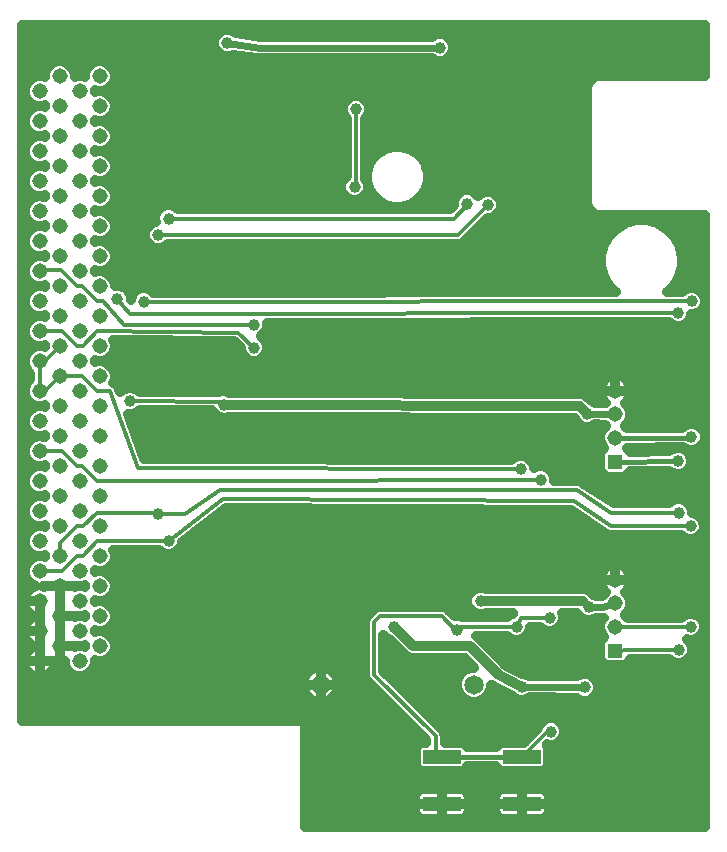
<source format=gbl>
G75*
%MOIN*%
%OFA0B0*%
%FSLAX25Y25*%
%IPPOS*%
%LPD*%
%AMOC8*
5,1,8,0,0,1.08239X$1,22.5*
%
%ADD10C,0.05150*%
%ADD11C,0.06496*%
%ADD12R,0.05150X0.05150*%
%ADD13R,0.12598X0.04724*%
%ADD14C,0.03962*%
%ADD15C,0.01200*%
%ADD16C,0.01600*%
%ADD17C,0.02400*%
%ADD18C,0.03200*%
D10*
X0013000Y0061970D03*
X0019693Y0066970D03*
X0026386Y0061970D03*
X0033079Y0066970D03*
X0026386Y0071970D03*
X0019693Y0076970D03*
X0026386Y0081970D03*
X0019693Y0086970D03*
X0026386Y0091970D03*
X0019693Y0096970D03*
X0026386Y0101970D03*
X0019693Y0106970D03*
X0026386Y0111970D03*
X0019693Y0116970D03*
X0026386Y0121970D03*
X0019693Y0126970D03*
X0026386Y0131970D03*
X0019693Y0136970D03*
X0026386Y0141970D03*
X0019693Y0146970D03*
X0026386Y0151970D03*
X0019693Y0156970D03*
X0026386Y0161970D03*
X0019693Y0166970D03*
X0026386Y0171970D03*
X0019693Y0176970D03*
X0026386Y0181970D03*
X0019693Y0186970D03*
X0026386Y0191970D03*
X0019693Y0196970D03*
X0026386Y0201970D03*
X0019693Y0206970D03*
X0026386Y0211970D03*
X0019693Y0216970D03*
X0026386Y0221970D03*
X0019693Y0226970D03*
X0026386Y0231970D03*
X0019693Y0236970D03*
X0026386Y0241970D03*
X0019693Y0246970D03*
X0026386Y0251970D03*
X0019693Y0256970D03*
X0013000Y0251970D03*
X0013000Y0241970D03*
X0013000Y0231970D03*
X0013000Y0221970D03*
X0013000Y0211970D03*
X0013000Y0201970D03*
X0013000Y0191970D03*
X0013000Y0181970D03*
X0013000Y0171970D03*
X0013000Y0161970D03*
X0013000Y0151970D03*
X0013000Y0141970D03*
X0013000Y0131970D03*
X0013000Y0121970D03*
X0013000Y0111970D03*
X0013000Y0101970D03*
X0013000Y0091970D03*
X0013000Y0081970D03*
X0013000Y0071970D03*
X0033079Y0076970D03*
X0033079Y0086970D03*
X0033079Y0096970D03*
X0033079Y0106970D03*
X0033079Y0116970D03*
X0033079Y0126970D03*
X0033079Y0136970D03*
X0033079Y0146970D03*
X0033079Y0156970D03*
X0033079Y0166970D03*
X0033079Y0176970D03*
X0033079Y0186970D03*
X0033079Y0196970D03*
X0033079Y0206970D03*
X0033079Y0216970D03*
X0033079Y0226970D03*
X0033079Y0236970D03*
X0033079Y0246970D03*
X0033079Y0256970D03*
X0204969Y0152206D03*
X0204969Y0144332D03*
X0204969Y0136458D03*
X0204969Y0089214D03*
X0204969Y0081340D03*
X0204969Y0073466D03*
D11*
X0157858Y0054214D03*
X0106677Y0054214D03*
D12*
X0204969Y0065592D03*
X0204969Y0128584D03*
D13*
X0173866Y0030159D03*
X0173866Y0014411D03*
X0147094Y0014411D03*
X0147094Y0030159D03*
D14*
X0173700Y0053500D03*
X0183500Y0038600D03*
X0194800Y0053300D03*
X0183000Y0076600D03*
X0172000Y0073600D03*
X0160000Y0082100D03*
X0152000Y0072600D03*
X0131000Y0073600D03*
X0135000Y0094600D03*
X0171000Y0132324D03*
X0173500Y0126100D03*
X0180000Y0122600D03*
X0171000Y0142600D03*
X0195500Y0144600D03*
X0196000Y0152100D03*
X0225882Y0128710D03*
X0230287Y0136757D03*
X0226000Y0111600D03*
X0230000Y0107100D03*
X0230000Y0073500D03*
X0226000Y0065800D03*
X0196000Y0080100D03*
X0194400Y0089400D03*
X0225925Y0178021D03*
X0230406Y0182037D03*
X0162500Y0214100D03*
X0155500Y0214600D03*
X0118500Y0246100D03*
X0118000Y0220100D03*
X0146500Y0266600D03*
X0075500Y0268100D03*
X0056000Y0209600D03*
X0052500Y0204100D03*
X0038941Y0182789D03*
X0047764Y0181919D03*
X0043169Y0148757D03*
X0074500Y0147600D03*
X0084500Y0166600D03*
X0084500Y0174100D03*
X0052500Y0111100D03*
X0056000Y0102100D03*
D15*
X0074000Y0116100D01*
X0191000Y0115600D01*
X0203500Y0107100D01*
X0230000Y0107100D01*
X0226000Y0111600D02*
X0203500Y0111600D01*
X0192000Y0119100D01*
X0073000Y0119100D01*
X0061500Y0111100D01*
X0052500Y0111100D01*
X0052000Y0111600D01*
X0032000Y0111600D01*
X0027500Y0107100D01*
X0025500Y0107100D01*
X0019693Y0101293D01*
X0019693Y0096970D01*
X0020500Y0092100D02*
X0012870Y0092100D01*
X0013000Y0091970D01*
X0020500Y0092100D02*
X0025500Y0097100D01*
X0027500Y0097100D01*
X0032000Y0102100D01*
X0056000Y0102100D01*
X0072500Y0122100D02*
X0178000Y0122600D01*
X0180000Y0122600D01*
X0173500Y0126100D02*
X0045811Y0126336D01*
X0036598Y0152021D01*
X0032000Y0152100D01*
X0027000Y0157100D01*
X0019823Y0157100D01*
X0019693Y0156970D01*
X0014823Y0152100D01*
X0013000Y0152100D01*
X0013000Y0161970D01*
X0014693Y0161970D01*
X0019693Y0166970D01*
X0020630Y0171970D02*
X0025500Y0167100D01*
X0027500Y0167100D01*
X0032000Y0172100D01*
X0079000Y0171600D01*
X0084500Y0166600D01*
X0084500Y0174100D02*
X0041000Y0174100D01*
X0036500Y0179600D01*
X0034000Y0182100D01*
X0032000Y0182100D01*
X0027000Y0187100D01*
X0025500Y0187100D01*
X0020000Y0192600D01*
X0013630Y0192600D01*
X0013000Y0191970D01*
X0013000Y0171970D02*
X0020630Y0171970D01*
X0013000Y0152100D02*
X0013000Y0151970D01*
X0013000Y0131970D02*
X0020630Y0131970D01*
X0025500Y0127100D01*
X0027000Y0127100D01*
X0032000Y0122100D01*
X0072500Y0122100D01*
X0074500Y0147600D02*
X0073500Y0148600D01*
X0043169Y0148757D01*
X0043327Y0177813D02*
X0038941Y0182789D01*
X0043327Y0177813D02*
X0225925Y0178021D01*
X0230406Y0182037D02*
X0047764Y0181919D01*
X0052500Y0204100D02*
X0152500Y0204100D01*
X0162500Y0214100D01*
X0155500Y0214100D02*
X0151000Y0209600D01*
X0056000Y0209600D01*
X0118000Y0220100D02*
X0118500Y0220600D01*
X0118500Y0246100D01*
X0155500Y0214600D02*
X0155500Y0214100D01*
X0194000Y0082100D02*
X0196000Y0080100D01*
X0204969Y0073466D02*
X0225936Y0073464D01*
X0230000Y0073500D01*
X0226000Y0065800D02*
X0210265Y0065800D01*
X0204969Y0065592D01*
X0183000Y0076600D02*
X0173500Y0076600D01*
X0172000Y0073600D01*
X0153000Y0073600D01*
X0152000Y0072600D01*
X0151500Y0072600D01*
X0147000Y0077100D01*
X0126500Y0077100D01*
X0124500Y0075100D01*
X0124500Y0057600D01*
X0145000Y0037100D01*
X0145000Y0032254D01*
X0147094Y0030159D01*
X0173866Y0030159D02*
X0182307Y0038600D01*
X0183500Y0038600D01*
D16*
X0173866Y0030159D02*
X0147094Y0030159D01*
X0147094Y0014411D02*
X0173866Y0014411D01*
X0204969Y0128584D02*
X0225811Y0128820D01*
X0225882Y0128710D01*
X0228417Y0136498D02*
X0230287Y0136757D01*
X0228417Y0136498D02*
X0204969Y0136458D01*
D17*
X0204969Y0144332D02*
X0201661Y0144500D01*
X0195500Y0144600D01*
X0196000Y0152100D02*
X0201287Y0152000D01*
X0204969Y0152206D01*
X0204969Y0089214D02*
X0194363Y0089600D01*
X0194400Y0089400D01*
X0196000Y0080100D02*
X0200637Y0080200D01*
X0204969Y0081340D01*
X0194800Y0053300D02*
X0178500Y0053600D01*
X0173700Y0053500D01*
X0146500Y0266600D02*
X0086500Y0266600D01*
X0075500Y0268100D01*
D18*
X0007200Y0273991D02*
X0007200Y0041970D01*
X0101425Y0041970D01*
X0101425Y0006800D01*
X0234820Y0006800D01*
X0234820Y0210798D01*
X0198975Y0210798D01*
X0197358Y0211468D01*
X0196120Y0212706D01*
X0195450Y0214323D01*
X0195450Y0253475D01*
X0196120Y0255092D01*
X0197358Y0256330D01*
X0198975Y0257000D01*
X0234820Y0257000D01*
X0234820Y0273991D01*
X0007200Y0273991D01*
X0007200Y0271275D02*
X0072469Y0271275D01*
X0073014Y0271820D02*
X0071780Y0270586D01*
X0071112Y0268973D01*
X0071112Y0267227D01*
X0071780Y0265614D01*
X0073014Y0264380D01*
X0074627Y0263712D01*
X0076373Y0263712D01*
X0077515Y0264185D01*
X0085551Y0263089D01*
X0085782Y0262993D01*
X0086255Y0262993D01*
X0086724Y0262929D01*
X0086966Y0262993D01*
X0143901Y0262993D01*
X0144014Y0262880D01*
X0145627Y0262212D01*
X0147373Y0262212D01*
X0148986Y0262880D01*
X0150220Y0264114D01*
X0150888Y0265727D01*
X0150888Y0267473D01*
X0150220Y0269086D01*
X0148986Y0270320D01*
X0147373Y0270988D01*
X0145627Y0270988D01*
X0144014Y0270320D01*
X0143901Y0270207D01*
X0086745Y0270207D01*
X0078470Y0271335D01*
X0077986Y0271820D01*
X0076373Y0272488D01*
X0074627Y0272488D01*
X0073014Y0271820D01*
X0071112Y0268076D02*
X0007200Y0268076D01*
X0007200Y0264878D02*
X0072516Y0264878D01*
X0078914Y0271275D02*
X0234820Y0271275D01*
X0234820Y0268076D02*
X0150638Y0268076D01*
X0150536Y0264878D02*
X0234820Y0264878D01*
X0234820Y0261679D02*
X0034728Y0261679D01*
X0034070Y0261952D02*
X0032088Y0261952D01*
X0030257Y0261194D01*
X0028855Y0259792D01*
X0028097Y0257961D01*
X0028097Y0256654D01*
X0027377Y0256952D01*
X0025395Y0256952D01*
X0024675Y0256654D01*
X0024675Y0257961D01*
X0023916Y0259792D01*
X0022515Y0261194D01*
X0020684Y0261952D01*
X0018702Y0261952D01*
X0016871Y0261194D01*
X0015469Y0259792D01*
X0014711Y0257961D01*
X0014711Y0256654D01*
X0013991Y0256952D01*
X0012009Y0256952D01*
X0010178Y0256194D01*
X0008777Y0254792D01*
X0008018Y0252961D01*
X0008018Y0250979D01*
X0008777Y0249148D01*
X0010178Y0247747D01*
X0012009Y0246988D01*
X0013991Y0246988D01*
X0014711Y0247286D01*
X0014711Y0246654D01*
X0013991Y0246952D01*
X0012009Y0246952D01*
X0010178Y0246194D01*
X0008777Y0244792D01*
X0008018Y0242961D01*
X0008018Y0240979D01*
X0008777Y0239148D01*
X0010178Y0237747D01*
X0012009Y0236988D01*
X0013991Y0236988D01*
X0014711Y0237286D01*
X0014711Y0236654D01*
X0013991Y0236952D01*
X0012009Y0236952D01*
X0010178Y0236194D01*
X0008777Y0234792D01*
X0008018Y0232961D01*
X0008018Y0230979D01*
X0008777Y0229148D01*
X0010178Y0227747D01*
X0012009Y0226988D01*
X0013991Y0226988D01*
X0014711Y0227286D01*
X0014711Y0226654D01*
X0013991Y0226952D01*
X0012009Y0226952D01*
X0010178Y0226194D01*
X0008777Y0224792D01*
X0008018Y0222961D01*
X0008018Y0220979D01*
X0008777Y0219148D01*
X0010178Y0217747D01*
X0012009Y0216988D01*
X0013991Y0216988D01*
X0014711Y0217286D01*
X0014711Y0216654D01*
X0013991Y0216952D01*
X0012009Y0216952D01*
X0010178Y0216194D01*
X0008777Y0214792D01*
X0008018Y0212961D01*
X0008018Y0210979D01*
X0008777Y0209148D01*
X0010178Y0207747D01*
X0012009Y0206988D01*
X0013991Y0206988D01*
X0014711Y0207286D01*
X0014711Y0206654D01*
X0013991Y0206952D01*
X0012009Y0206952D01*
X0010178Y0206194D01*
X0008777Y0204792D01*
X0008018Y0202961D01*
X0008018Y0200979D01*
X0008777Y0199148D01*
X0010178Y0197747D01*
X0012009Y0196988D01*
X0013991Y0196988D01*
X0014711Y0197286D01*
X0014711Y0196654D01*
X0013991Y0196952D01*
X0012009Y0196952D01*
X0010178Y0196194D01*
X0008777Y0194792D01*
X0008018Y0192961D01*
X0008018Y0190979D01*
X0008777Y0189148D01*
X0010178Y0187747D01*
X0012009Y0186988D01*
X0013991Y0186988D01*
X0014711Y0187286D01*
X0014711Y0186654D01*
X0013991Y0186952D01*
X0012009Y0186952D01*
X0010178Y0186194D01*
X0008777Y0184792D01*
X0008018Y0182961D01*
X0008018Y0180979D01*
X0008777Y0179148D01*
X0010178Y0177747D01*
X0012009Y0176988D01*
X0013991Y0176988D01*
X0014711Y0177286D01*
X0014711Y0176654D01*
X0013991Y0176952D01*
X0012009Y0176952D01*
X0010178Y0176194D01*
X0008777Y0174792D01*
X0008018Y0172961D01*
X0008018Y0170979D01*
X0008777Y0169148D01*
X0010178Y0167747D01*
X0012009Y0166988D01*
X0013991Y0166988D01*
X0014711Y0167286D01*
X0014711Y0166654D01*
X0013991Y0166952D01*
X0012009Y0166952D01*
X0010178Y0166194D01*
X0008777Y0164792D01*
X0008018Y0162961D01*
X0008018Y0160979D01*
X0008777Y0159148D01*
X0009993Y0157932D01*
X0009993Y0156008D01*
X0008777Y0154792D01*
X0008018Y0152961D01*
X0008018Y0150979D01*
X0008777Y0149148D01*
X0010178Y0147747D01*
X0012009Y0146988D01*
X0013991Y0146988D01*
X0014711Y0147286D01*
X0014711Y0146654D01*
X0013991Y0146952D01*
X0012009Y0146952D01*
X0010178Y0146194D01*
X0008777Y0144792D01*
X0008018Y0142961D01*
X0008018Y0140979D01*
X0008777Y0139148D01*
X0010178Y0137747D01*
X0012009Y0136988D01*
X0013991Y0136988D01*
X0014711Y0137286D01*
X0014711Y0136654D01*
X0013991Y0136952D01*
X0012009Y0136952D01*
X0010178Y0136194D01*
X0008777Y0134792D01*
X0008018Y0132961D01*
X0008018Y0130979D01*
X0008777Y0129148D01*
X0010178Y0127747D01*
X0012009Y0126988D01*
X0013991Y0126988D01*
X0014711Y0127286D01*
X0014711Y0126654D01*
X0013991Y0126952D01*
X0012009Y0126952D01*
X0010178Y0126194D01*
X0008777Y0124792D01*
X0008018Y0122961D01*
X0008018Y0120979D01*
X0008777Y0119148D01*
X0010178Y0117747D01*
X0012009Y0116988D01*
X0013991Y0116988D01*
X0014711Y0117286D01*
X0014711Y0116654D01*
X0013991Y0116952D01*
X0012009Y0116952D01*
X0010178Y0116194D01*
X0008777Y0114792D01*
X0008018Y0112961D01*
X0008018Y0110979D01*
X0008777Y0109148D01*
X0010178Y0107747D01*
X0012009Y0106988D01*
X0013991Y0106988D01*
X0014711Y0107286D01*
X0014711Y0106654D01*
X0013991Y0106952D01*
X0012009Y0106952D01*
X0010178Y0106194D01*
X0008777Y0104792D01*
X0008018Y0102961D01*
X0008018Y0100979D01*
X0008777Y0099148D01*
X0010178Y0097747D01*
X0012009Y0096988D01*
X0013991Y0096988D01*
X0014711Y0097286D01*
X0014711Y0096654D01*
X0013991Y0096952D01*
X0012009Y0096952D01*
X0010178Y0096194D01*
X0008777Y0094792D01*
X0008018Y0092961D01*
X0008018Y0090979D01*
X0008777Y0089148D01*
X0010178Y0087747D01*
X0011897Y0087035D01*
X0011788Y0087017D01*
X0011014Y0086766D01*
X0010288Y0086396D01*
X0009629Y0085917D01*
X0009053Y0085341D01*
X0008574Y0084682D01*
X0008204Y0083957D01*
X0007953Y0083182D01*
X0007825Y0082377D01*
X0007825Y0081970D01*
X0007825Y0081563D01*
X0007953Y0080758D01*
X0008204Y0079984D01*
X0008574Y0079258D01*
X0009053Y0078599D01*
X0009629Y0078023D01*
X0010288Y0077544D01*
X0011014Y0077174D01*
X0011642Y0076970D01*
X0011014Y0076766D01*
X0010288Y0076396D01*
X0009629Y0075917D01*
X0009053Y0075341D01*
X0008574Y0074682D01*
X0008204Y0073957D01*
X0007953Y0073182D01*
X0007825Y0072377D01*
X0007825Y0071970D01*
X0007825Y0071563D01*
X0007953Y0070758D01*
X0008204Y0069984D01*
X0008574Y0069258D01*
X0009053Y0068599D01*
X0009629Y0068023D01*
X0010288Y0067544D01*
X0011014Y0067174D01*
X0011642Y0066970D01*
X0011014Y0066766D01*
X0010288Y0066396D01*
X0009629Y0065917D01*
X0009053Y0065341D01*
X0008574Y0064682D01*
X0008204Y0063957D01*
X0007953Y0063182D01*
X0007825Y0062377D01*
X0007825Y0061970D01*
X0007825Y0061563D01*
X0007953Y0060758D01*
X0008204Y0059984D01*
X0008574Y0059258D01*
X0009053Y0058599D01*
X0009629Y0058023D01*
X0010288Y0057544D01*
X0011014Y0057174D01*
X0011788Y0056923D01*
X0012593Y0056795D01*
X0013000Y0056795D01*
X0013407Y0056795D01*
X0014212Y0056923D01*
X0014986Y0057174D01*
X0015712Y0057544D01*
X0016371Y0058023D01*
X0016947Y0058599D01*
X0017426Y0059258D01*
X0017796Y0059984D01*
X0018047Y0060758D01*
X0018175Y0061563D01*
X0018175Y0061970D01*
X0013000Y0061970D01*
X0013000Y0056795D01*
X0013000Y0061970D01*
X0013000Y0061970D01*
X0013000Y0061970D01*
X0007825Y0061970D01*
X0013000Y0061970D01*
X0013000Y0061970D01*
X0018175Y0061970D01*
X0018175Y0062022D01*
X0018481Y0061923D01*
X0019286Y0061795D01*
X0019693Y0061795D01*
X0020100Y0061795D01*
X0020905Y0061923D01*
X0021404Y0062085D01*
X0021404Y0060979D01*
X0022162Y0059148D01*
X0023564Y0057747D01*
X0025395Y0056988D01*
X0027377Y0056988D01*
X0029208Y0057747D01*
X0030609Y0059148D01*
X0031368Y0060979D01*
X0031368Y0062286D01*
X0032088Y0061988D01*
X0034070Y0061988D01*
X0035901Y0062747D01*
X0037302Y0064148D01*
X0038061Y0065979D01*
X0038061Y0067961D01*
X0037302Y0069792D01*
X0035901Y0071194D01*
X0034070Y0071952D01*
X0032088Y0071952D01*
X0031368Y0071654D01*
X0031368Y0072286D01*
X0032088Y0071988D01*
X0034070Y0071988D01*
X0035901Y0072747D01*
X0037302Y0074148D01*
X0038061Y0075979D01*
X0038061Y0077961D01*
X0037302Y0079792D01*
X0035901Y0081194D01*
X0034070Y0081952D01*
X0032088Y0081952D01*
X0031368Y0081654D01*
X0031368Y0082286D01*
X0032088Y0081988D01*
X0034070Y0081988D01*
X0035901Y0082747D01*
X0037302Y0084148D01*
X0038061Y0085979D01*
X0038061Y0087961D01*
X0037302Y0089792D01*
X0035901Y0091194D01*
X0034070Y0091952D01*
X0032088Y0091952D01*
X0031368Y0091654D01*
X0031368Y0092286D01*
X0032088Y0091988D01*
X0034070Y0091988D01*
X0035901Y0092747D01*
X0037302Y0094148D01*
X0038061Y0095979D01*
X0038061Y0097961D01*
X0037592Y0099093D01*
X0052801Y0099093D01*
X0053514Y0098380D01*
X0055127Y0097712D01*
X0056873Y0097712D01*
X0058486Y0098380D01*
X0059720Y0099614D01*
X0060388Y0101227D01*
X0060388Y0101703D01*
X0075026Y0113089D01*
X0190069Y0112597D01*
X0201574Y0104773D01*
X0201797Y0104551D01*
X0202064Y0104440D01*
X0202304Y0104277D01*
X0202611Y0104213D01*
X0202902Y0104093D01*
X0203191Y0104093D01*
X0203475Y0104034D01*
X0203784Y0104093D01*
X0226801Y0104093D01*
X0227514Y0103380D01*
X0229127Y0102712D01*
X0230873Y0102712D01*
X0232486Y0103380D01*
X0233720Y0104614D01*
X0234388Y0106227D01*
X0234388Y0107973D01*
X0233720Y0109586D01*
X0232486Y0110820D01*
X0230873Y0111488D01*
X0230388Y0111488D01*
X0230388Y0112473D01*
X0229720Y0114086D01*
X0228486Y0115320D01*
X0226873Y0115988D01*
X0225127Y0115988D01*
X0223514Y0115320D01*
X0222801Y0114607D01*
X0204394Y0114607D01*
X0193905Y0121448D01*
X0193703Y0121649D01*
X0193409Y0121771D01*
X0193142Y0121946D01*
X0192861Y0121998D01*
X0192598Y0122107D01*
X0192279Y0122107D01*
X0191966Y0122166D01*
X0191687Y0122107D01*
X0184388Y0122107D01*
X0184388Y0123473D01*
X0183720Y0125086D01*
X0182486Y0126320D01*
X0180873Y0126988D01*
X0179127Y0126988D01*
X0177888Y0126475D01*
X0177888Y0126973D01*
X0177220Y0128586D01*
X0175986Y0129820D01*
X0174373Y0130488D01*
X0172627Y0130488D01*
X0171014Y0129820D01*
X0170307Y0129113D01*
X0047929Y0129339D01*
X0042538Y0144369D01*
X0044042Y0144369D01*
X0045655Y0145037D01*
X0046351Y0145734D01*
X0070575Y0145608D01*
X0070780Y0145114D01*
X0072014Y0143880D01*
X0073627Y0143212D01*
X0075373Y0143212D01*
X0076275Y0143585D01*
X0191333Y0143100D01*
X0191399Y0143034D01*
X0191780Y0142114D01*
X0193014Y0140880D01*
X0194627Y0140212D01*
X0196373Y0140212D01*
X0197986Y0140880D01*
X0198057Y0140951D01*
X0201358Y0140897D01*
X0201860Y0140395D01*
X0200745Y0139280D01*
X0199987Y0137449D01*
X0199987Y0135467D01*
X0200745Y0133636D01*
X0201137Y0133244D01*
X0201030Y0133200D01*
X0200353Y0132523D01*
X0199987Y0131638D01*
X0199987Y0125531D01*
X0200353Y0124646D01*
X0201030Y0123969D01*
X0201915Y0123602D01*
X0208022Y0123602D01*
X0208907Y0123969D01*
X0209584Y0124646D01*
X0209910Y0125433D01*
X0222807Y0125579D01*
X0223396Y0124990D01*
X0225009Y0124322D01*
X0226755Y0124322D01*
X0228368Y0124990D01*
X0229602Y0126225D01*
X0230270Y0127837D01*
X0230270Y0129583D01*
X0229602Y0131196D01*
X0228368Y0132430D01*
X0226755Y0133098D01*
X0225009Y0133098D01*
X0223396Y0132430D01*
X0222961Y0131995D01*
X0209864Y0131847D01*
X0209584Y0132523D01*
X0208907Y0133200D01*
X0208800Y0133244D01*
X0208813Y0133258D01*
X0227550Y0133289D01*
X0227802Y0133037D01*
X0229415Y0132369D01*
X0231160Y0132369D01*
X0232773Y0133037D01*
X0234008Y0134272D01*
X0234676Y0135885D01*
X0234676Y0137630D01*
X0234008Y0139243D01*
X0232773Y0140478D01*
X0231160Y0141146D01*
X0229415Y0141146D01*
X0227802Y0140478D01*
X0227026Y0139702D01*
X0208800Y0139672D01*
X0208077Y0140395D01*
X0209192Y0141510D01*
X0209950Y0143341D01*
X0209950Y0145323D01*
X0209192Y0147154D01*
X0208193Y0148153D01*
X0208340Y0148259D01*
X0208916Y0148835D01*
X0209394Y0149494D01*
X0209764Y0150220D01*
X0210016Y0150995D01*
X0210143Y0151799D01*
X0210143Y0152206D01*
X0204969Y0152206D01*
X0204969Y0152206D01*
X0210143Y0152206D01*
X0210143Y0152614D01*
X0210016Y0153418D01*
X0209764Y0154193D01*
X0209394Y0154918D01*
X0208916Y0155577D01*
X0208340Y0156153D01*
X0207681Y0156632D01*
X0206955Y0157002D01*
X0206180Y0157254D01*
X0205376Y0157381D01*
X0204969Y0157381D01*
X0204969Y0152206D01*
X0204968Y0152206D01*
X0199794Y0152206D01*
X0199794Y0151799D01*
X0199921Y0150995D01*
X0200173Y0150220D01*
X0200543Y0149494D01*
X0201021Y0148835D01*
X0201597Y0148259D01*
X0201744Y0148153D01*
X0201700Y0148110D01*
X0201127Y0148139D01*
X0201066Y0148117D01*
X0198141Y0148165D01*
X0197986Y0148320D01*
X0197066Y0148701D01*
X0195840Y0149927D01*
X0195284Y0150487D01*
X0195276Y0150491D01*
X0195270Y0150497D01*
X0194541Y0150799D01*
X0193814Y0151104D01*
X0193805Y0151104D01*
X0193797Y0151107D01*
X0193009Y0151107D01*
X0076311Y0151599D01*
X0075373Y0151988D01*
X0073627Y0151988D01*
X0072717Y0151611D01*
X0046385Y0151748D01*
X0045655Y0152478D01*
X0044042Y0153146D01*
X0042296Y0153146D01*
X0040684Y0152478D01*
X0039908Y0151702D01*
X0039614Y0152519D01*
X0039615Y0152568D01*
X0039413Y0153081D01*
X0039227Y0153600D01*
X0039194Y0153636D01*
X0039176Y0153681D01*
X0038793Y0154077D01*
X0038423Y0154485D01*
X0038379Y0154506D01*
X0038345Y0154541D01*
X0037840Y0154761D01*
X0037602Y0154873D01*
X0038061Y0155979D01*
X0038061Y0157961D01*
X0037302Y0159792D01*
X0035901Y0161194D01*
X0034070Y0161952D01*
X0032088Y0161952D01*
X0031368Y0161654D01*
X0031368Y0162286D01*
X0032088Y0161988D01*
X0034070Y0161988D01*
X0035901Y0162747D01*
X0037302Y0164148D01*
X0038061Y0165979D01*
X0038061Y0167961D01*
X0037617Y0169033D01*
X0077824Y0168605D01*
X0080112Y0166525D01*
X0080112Y0165727D01*
X0080780Y0164114D01*
X0082014Y0162880D01*
X0083627Y0162212D01*
X0085373Y0162212D01*
X0086986Y0162880D01*
X0088220Y0164114D01*
X0088888Y0165727D01*
X0088888Y0167473D01*
X0088220Y0169086D01*
X0086986Y0170320D01*
X0086914Y0170350D01*
X0086986Y0170380D01*
X0088220Y0171614D01*
X0088888Y0173227D01*
X0088888Y0174858D01*
X0222730Y0175011D01*
X0223439Y0174301D01*
X0225052Y0173633D01*
X0226798Y0173633D01*
X0228411Y0174301D01*
X0229645Y0175536D01*
X0230313Y0177148D01*
X0230313Y0177649D01*
X0231278Y0177649D01*
X0232891Y0178317D01*
X0234126Y0179551D01*
X0234794Y0181164D01*
X0234794Y0182910D01*
X0234126Y0184523D01*
X0232891Y0185757D01*
X0231278Y0186425D01*
X0229533Y0186425D01*
X0227920Y0185757D01*
X0227205Y0185042D01*
X0222166Y0185039D01*
X0224387Y0187259D01*
X0226156Y0190325D01*
X0227072Y0193744D01*
X0227072Y0197283D01*
X0226156Y0200702D01*
X0224387Y0203767D01*
X0221884Y0206270D01*
X0218819Y0208040D01*
X0215400Y0208956D01*
X0211860Y0208956D01*
X0208441Y0208040D01*
X0205376Y0206270D01*
X0202873Y0203767D01*
X0201103Y0200702D01*
X0200187Y0197283D01*
X0200187Y0193744D01*
X0201103Y0190325D01*
X0202873Y0187259D01*
X0205105Y0185028D01*
X0050960Y0184928D01*
X0050249Y0185639D01*
X0048637Y0186307D01*
X0046891Y0186307D01*
X0045278Y0185639D01*
X0044044Y0184405D01*
X0043376Y0182792D01*
X0043376Y0182305D01*
X0043329Y0182358D01*
X0043329Y0183662D01*
X0042661Y0185275D01*
X0041427Y0186509D01*
X0039814Y0187177D01*
X0038068Y0187177D01*
X0038061Y0187174D01*
X0038061Y0187961D01*
X0037302Y0189792D01*
X0035901Y0191194D01*
X0034070Y0191952D01*
X0032088Y0191952D01*
X0031368Y0191654D01*
X0031368Y0192286D01*
X0032088Y0191988D01*
X0034070Y0191988D01*
X0035901Y0192747D01*
X0037302Y0194148D01*
X0038061Y0195979D01*
X0038061Y0197961D01*
X0037302Y0199792D01*
X0035901Y0201194D01*
X0034070Y0201952D01*
X0032088Y0201952D01*
X0031368Y0201654D01*
X0031368Y0202286D01*
X0032088Y0201988D01*
X0034070Y0201988D01*
X0035901Y0202747D01*
X0037302Y0204148D01*
X0038061Y0205979D01*
X0038061Y0207961D01*
X0037302Y0209792D01*
X0035901Y0211194D01*
X0034070Y0211952D01*
X0032088Y0211952D01*
X0031368Y0211654D01*
X0031368Y0212286D01*
X0032088Y0211988D01*
X0034070Y0211988D01*
X0035901Y0212747D01*
X0037302Y0214148D01*
X0038061Y0215979D01*
X0038061Y0217961D01*
X0037302Y0219792D01*
X0035901Y0221194D01*
X0034070Y0221952D01*
X0032088Y0221952D01*
X0031368Y0221654D01*
X0031368Y0222286D01*
X0032088Y0221988D01*
X0034070Y0221988D01*
X0035901Y0222747D01*
X0037302Y0224148D01*
X0038061Y0225979D01*
X0038061Y0227961D01*
X0037302Y0229792D01*
X0035901Y0231194D01*
X0034070Y0231952D01*
X0032088Y0231952D01*
X0031368Y0231654D01*
X0031368Y0232286D01*
X0032088Y0231988D01*
X0034070Y0231988D01*
X0035901Y0232747D01*
X0037302Y0234148D01*
X0038061Y0235979D01*
X0038061Y0237961D01*
X0037302Y0239792D01*
X0035901Y0241194D01*
X0034070Y0241952D01*
X0032088Y0241952D01*
X0031368Y0241654D01*
X0031368Y0242286D01*
X0032088Y0241988D01*
X0034070Y0241988D01*
X0035901Y0242747D01*
X0037302Y0244148D01*
X0038061Y0245979D01*
X0038061Y0247961D01*
X0037302Y0249792D01*
X0035901Y0251194D01*
X0034070Y0251952D01*
X0032088Y0251952D01*
X0031368Y0251654D01*
X0031368Y0252286D01*
X0032088Y0251988D01*
X0034070Y0251988D01*
X0035901Y0252747D01*
X0037302Y0254148D01*
X0038061Y0255979D01*
X0038061Y0257961D01*
X0037302Y0259792D01*
X0035901Y0261194D01*
X0034070Y0261952D01*
X0037845Y0258481D02*
X0234820Y0258481D01*
X0196310Y0255282D02*
X0037772Y0255282D01*
X0034301Y0252084D02*
X0195450Y0252084D01*
X0195450Y0248885D02*
X0121920Y0248885D01*
X0122220Y0248586D02*
X0120986Y0249820D01*
X0119373Y0250488D01*
X0117627Y0250488D01*
X0116014Y0249820D01*
X0114780Y0248586D01*
X0114112Y0246973D01*
X0114112Y0245227D01*
X0114780Y0243614D01*
X0115493Y0242901D01*
X0115493Y0223799D01*
X0114280Y0222586D01*
X0113612Y0220973D01*
X0113612Y0219227D01*
X0114280Y0217614D01*
X0115514Y0216380D01*
X0117127Y0215712D01*
X0118873Y0215712D01*
X0120486Y0216380D01*
X0121720Y0217614D01*
X0122388Y0219227D01*
X0122388Y0220973D01*
X0121720Y0222586D01*
X0121507Y0222799D01*
X0121507Y0242901D01*
X0122220Y0243614D01*
X0122888Y0245227D01*
X0122888Y0246973D01*
X0122220Y0248586D01*
X0122888Y0245687D02*
X0195450Y0245687D01*
X0195450Y0242488D02*
X0121507Y0242488D01*
X0121507Y0239290D02*
X0195450Y0239290D01*
X0195450Y0236091D02*
X0121507Y0236091D01*
X0121507Y0232893D02*
X0128335Y0232893D01*
X0128371Y0232914D02*
X0126069Y0231584D01*
X0124189Y0229705D01*
X0122860Y0227402D01*
X0122172Y0224835D01*
X0122172Y0222176D01*
X0122860Y0219609D01*
X0124189Y0217306D01*
X0126069Y0215427D01*
X0128371Y0214097D01*
X0130939Y0213409D01*
X0133597Y0213409D01*
X0136165Y0214097D01*
X0138467Y0215427D01*
X0140347Y0217306D01*
X0141676Y0219609D01*
X0142364Y0222176D01*
X0142364Y0224835D01*
X0141676Y0227402D01*
X0140347Y0229705D01*
X0138467Y0231584D01*
X0136165Y0232914D01*
X0133597Y0233602D01*
X0130939Y0233602D01*
X0128371Y0232914D01*
X0124183Y0229694D02*
X0121507Y0229694D01*
X0121507Y0226496D02*
X0122617Y0226496D01*
X0122172Y0223297D02*
X0121507Y0223297D01*
X0122388Y0220099D02*
X0122728Y0220099D01*
X0121006Y0216900D02*
X0124595Y0216900D01*
X0129848Y0213702D02*
X0057564Y0213702D01*
X0056873Y0213988D02*
X0055127Y0213988D01*
X0053514Y0213320D01*
X0052280Y0212086D01*
X0051612Y0210473D01*
X0051612Y0208727D01*
X0051711Y0208488D01*
X0051627Y0208488D01*
X0050014Y0207820D01*
X0048780Y0206586D01*
X0048112Y0204973D01*
X0048112Y0203227D01*
X0048780Y0201614D01*
X0050014Y0200380D01*
X0051627Y0199712D01*
X0053373Y0199712D01*
X0054986Y0200380D01*
X0055699Y0201093D01*
X0153098Y0201093D01*
X0154203Y0201551D01*
X0162364Y0209712D01*
X0163373Y0209712D01*
X0164986Y0210380D01*
X0166220Y0211614D01*
X0166888Y0213227D01*
X0166888Y0214973D01*
X0166220Y0216586D01*
X0164986Y0217820D01*
X0163373Y0218488D01*
X0161627Y0218488D01*
X0160014Y0217820D01*
X0159238Y0217043D01*
X0159220Y0217086D01*
X0157986Y0218320D01*
X0156373Y0218988D01*
X0154627Y0218988D01*
X0153014Y0218320D01*
X0151780Y0217086D01*
X0151112Y0215473D01*
X0151112Y0213964D01*
X0149754Y0212607D01*
X0059199Y0212607D01*
X0058486Y0213320D01*
X0056873Y0213988D01*
X0054436Y0213702D02*
X0036856Y0213702D01*
X0038061Y0216900D02*
X0114994Y0216900D01*
X0113612Y0220099D02*
X0036995Y0220099D01*
X0036451Y0223297D02*
X0114991Y0223297D01*
X0115493Y0226496D02*
X0038061Y0226496D01*
X0037343Y0229694D02*
X0115493Y0229694D01*
X0115493Y0232893D02*
X0036047Y0232893D01*
X0038061Y0236091D02*
X0115493Y0236091D01*
X0115493Y0239290D02*
X0037510Y0239290D01*
X0035277Y0242488D02*
X0115493Y0242488D01*
X0114112Y0245687D02*
X0037940Y0245687D01*
X0037678Y0248885D02*
X0115080Y0248885D01*
X0136201Y0232893D02*
X0195450Y0232893D01*
X0195450Y0229694D02*
X0140353Y0229694D01*
X0141919Y0226496D02*
X0195450Y0226496D01*
X0195450Y0223297D02*
X0142364Y0223297D01*
X0141807Y0220099D02*
X0195450Y0220099D01*
X0195450Y0216900D02*
X0165906Y0216900D01*
X0166888Y0213702D02*
X0195708Y0213702D01*
X0203212Y0204106D02*
X0156759Y0204106D01*
X0159957Y0207305D02*
X0207168Y0207305D01*
X0201222Y0200908D02*
X0055514Y0200908D01*
X0049486Y0200908D02*
X0036187Y0200908D01*
X0037260Y0204106D02*
X0048112Y0204106D01*
X0049499Y0207305D02*
X0038061Y0207305D01*
X0036591Y0210503D02*
X0051624Y0210503D01*
X0038061Y0197709D02*
X0200302Y0197709D01*
X0200187Y0194511D02*
X0037452Y0194511D01*
X0035614Y0191312D02*
X0200839Y0191312D01*
X0202380Y0188114D02*
X0037997Y0188114D01*
X0042810Y0184915D02*
X0044554Y0184915D01*
X0047995Y0168923D02*
X0037662Y0168923D01*
X0037955Y0165724D02*
X0080113Y0165724D01*
X0082870Y0162526D02*
X0035367Y0162526D01*
X0037495Y0159327D02*
X0234820Y0159327D01*
X0234820Y0156129D02*
X0208365Y0156129D01*
X0210093Y0152930D02*
X0234820Y0152930D01*
X0234820Y0149732D02*
X0209515Y0149732D01*
X0209449Y0146533D02*
X0234820Y0146533D01*
X0234820Y0143334D02*
X0209948Y0143334D01*
X0208336Y0140136D02*
X0227460Y0140136D01*
X0233115Y0140136D02*
X0234820Y0140136D01*
X0234820Y0136937D02*
X0234676Y0136937D01*
X0234820Y0133739D02*
X0233475Y0133739D01*
X0234820Y0130540D02*
X0229874Y0130540D01*
X0230065Y0127342D02*
X0234820Y0127342D01*
X0234820Y0124143D02*
X0209081Y0124143D01*
X0200856Y0124143D02*
X0184110Y0124143D01*
X0177735Y0127342D02*
X0199987Y0127342D01*
X0199987Y0130540D02*
X0047498Y0130540D01*
X0046350Y0133739D02*
X0200702Y0133739D01*
X0199987Y0136937D02*
X0045203Y0136937D01*
X0044056Y0140136D02*
X0201601Y0140136D01*
X0195500Y0144600D02*
X0193000Y0147100D01*
X0074500Y0147600D01*
X0073331Y0143334D02*
X0042909Y0143334D01*
X0041776Y0152930D02*
X0039472Y0152930D01*
X0038061Y0156129D02*
X0201572Y0156129D01*
X0201597Y0156153D02*
X0201021Y0155577D01*
X0200543Y0154918D01*
X0200173Y0154193D01*
X0199921Y0153418D01*
X0199794Y0152614D01*
X0199794Y0152206D01*
X0204968Y0152206D01*
X0204968Y0152206D01*
X0204968Y0157381D01*
X0204561Y0157381D01*
X0203757Y0157254D01*
X0202982Y0157002D01*
X0202256Y0156632D01*
X0201597Y0156153D01*
X0204968Y0156129D02*
X0204969Y0156129D01*
X0204968Y0152930D02*
X0204969Y0152930D01*
X0199844Y0152930D02*
X0044563Y0152930D01*
X0014711Y0136937D02*
X0014026Y0136937D01*
X0011974Y0136937D02*
X0007200Y0136937D01*
X0007200Y0133739D02*
X0008340Y0133739D01*
X0008200Y0130540D02*
X0007200Y0130540D01*
X0007200Y0127342D02*
X0011155Y0127342D01*
X0008508Y0124143D02*
X0007200Y0124143D01*
X0007200Y0120945D02*
X0008032Y0120945D01*
X0007200Y0117746D02*
X0010179Y0117746D01*
X0008675Y0114548D02*
X0007200Y0114548D01*
X0007200Y0111349D02*
X0008018Y0111349D01*
X0007200Y0108151D02*
X0009774Y0108151D01*
X0008937Y0104952D02*
X0007200Y0104952D01*
X0007200Y0101754D02*
X0008018Y0101754D01*
X0007200Y0098555D02*
X0009369Y0098555D01*
X0009341Y0095357D02*
X0007200Y0095357D01*
X0007200Y0092158D02*
X0008018Y0092158D01*
X0007200Y0088960D02*
X0008965Y0088960D01*
X0009473Y0085761D02*
X0007200Y0085761D01*
X0007200Y0082563D02*
X0007855Y0082563D01*
X0007825Y0081970D02*
X0013000Y0081970D01*
X0013000Y0076795D01*
X0013000Y0071970D01*
X0013000Y0066795D01*
X0013000Y0061970D01*
X0013000Y0061970D01*
X0013000Y0071970D01*
X0013000Y0071970D01*
X0007825Y0071970D01*
X0013000Y0071970D01*
X0013000Y0071970D01*
X0013000Y0071970D01*
X0013000Y0081970D01*
X0013000Y0081970D01*
X0007825Y0081970D01*
X0007200Y0079364D02*
X0008520Y0079364D01*
X0007200Y0076166D02*
X0009971Y0076166D01*
X0013000Y0076166D02*
X0013000Y0076166D01*
X0013000Y0079364D02*
X0013000Y0079364D01*
X0013000Y0081970D02*
X0013000Y0081970D01*
X0014518Y0086918D02*
X0014212Y0087017D01*
X0014103Y0087035D01*
X0014518Y0087207D01*
X0014518Y0086970D01*
X0019693Y0086970D01*
X0019693Y0086970D01*
X0024868Y0086970D01*
X0024868Y0086734D01*
X0025395Y0086952D01*
X0027377Y0086952D01*
X0028097Y0086654D01*
X0028097Y0087286D01*
X0027377Y0086988D01*
X0025395Y0086988D01*
X0024868Y0087207D01*
X0024868Y0086970D01*
X0019693Y0086970D01*
X0019693Y0076970D01*
X0019693Y0076970D01*
X0024868Y0076970D01*
X0024868Y0076734D01*
X0025395Y0076952D01*
X0027377Y0076952D01*
X0028097Y0076654D01*
X0028097Y0077286D01*
X0027377Y0076988D01*
X0025395Y0076988D01*
X0024868Y0077207D01*
X0024868Y0076970D01*
X0019693Y0076970D01*
X0019693Y0072145D01*
X0019693Y0066970D01*
X0019693Y0066970D01*
X0024868Y0066970D01*
X0024868Y0066734D01*
X0025395Y0066952D01*
X0027377Y0066952D01*
X0028097Y0066654D01*
X0028097Y0067286D01*
X0027377Y0066988D01*
X0025395Y0066988D01*
X0024868Y0067207D01*
X0024868Y0066970D01*
X0019693Y0066970D01*
X0019693Y0061795D01*
X0019693Y0066970D01*
X0019693Y0066970D01*
X0019693Y0066970D01*
X0019693Y0076970D01*
X0019693Y0076970D01*
X0019693Y0076970D01*
X0019693Y0082145D01*
X0019693Y0086970D01*
X0019693Y0086970D01*
X0019693Y0086970D01*
X0014518Y0086970D01*
X0014518Y0086918D01*
X0019693Y0085761D02*
X0019693Y0085761D01*
X0019693Y0082563D02*
X0019693Y0082563D01*
X0019693Y0079364D02*
X0019693Y0079364D01*
X0019693Y0076166D02*
X0019693Y0076166D01*
X0019693Y0072967D02*
X0019693Y0072967D01*
X0019693Y0069769D02*
X0019693Y0069769D01*
X0019693Y0066570D02*
X0019693Y0066570D01*
X0019693Y0063372D02*
X0019693Y0063372D01*
X0017857Y0060173D02*
X0021738Y0060173D01*
X0014372Y0056975D02*
X0101520Y0056975D01*
X0101675Y0057279D02*
X0101258Y0056459D01*
X0100973Y0055584D01*
X0100829Y0054674D01*
X0100829Y0054214D01*
X0100829Y0053754D01*
X0100973Y0052845D01*
X0101258Y0051969D01*
X0101675Y0051149D01*
X0102217Y0050404D01*
X0102867Y0049754D01*
X0103612Y0049212D01*
X0104432Y0048795D01*
X0105308Y0048510D01*
X0106217Y0048366D01*
X0106677Y0048366D01*
X0106677Y0054214D01*
X0106677Y0054214D01*
X0100829Y0054214D01*
X0106677Y0054214D01*
X0106677Y0054214D01*
X0106677Y0048366D01*
X0107137Y0048366D01*
X0108047Y0048510D01*
X0108922Y0048795D01*
X0109742Y0049212D01*
X0110487Y0049754D01*
X0111138Y0050404D01*
X0111679Y0051149D01*
X0112097Y0051969D01*
X0112381Y0052845D01*
X0112525Y0053754D01*
X0112525Y0054214D01*
X0106677Y0054214D01*
X0106677Y0066277D01*
X0135000Y0094600D01*
X0125902Y0080107D02*
X0124797Y0079649D01*
X0122797Y0077649D01*
X0121951Y0076803D01*
X0121493Y0075698D01*
X0121493Y0057002D01*
X0121951Y0055897D01*
X0141993Y0035854D01*
X0141993Y0034928D01*
X0140316Y0034928D01*
X0139432Y0034562D01*
X0138755Y0033885D01*
X0138388Y0033000D01*
X0138388Y0027318D01*
X0138755Y0026433D01*
X0139432Y0025756D01*
X0140316Y0025390D01*
X0153873Y0025390D01*
X0154757Y0025756D01*
X0155434Y0026433D01*
X0155649Y0026952D01*
X0165311Y0026952D01*
X0165526Y0026433D01*
X0166203Y0025756D01*
X0167088Y0025390D01*
X0180644Y0025390D01*
X0181529Y0025756D01*
X0182206Y0026433D01*
X0182572Y0027318D01*
X0182572Y0033000D01*
X0182206Y0033885D01*
X0182025Y0034066D01*
X0182305Y0034345D01*
X0182627Y0034212D01*
X0184373Y0034212D01*
X0185986Y0034880D01*
X0187220Y0036114D01*
X0187888Y0037727D01*
X0187888Y0039473D01*
X0187220Y0041086D01*
X0185986Y0042320D01*
X0184373Y0042988D01*
X0182627Y0042988D01*
X0181014Y0042320D01*
X0179780Y0041086D01*
X0179242Y0039788D01*
X0174383Y0034928D01*
X0167088Y0034928D01*
X0166203Y0034562D01*
X0165526Y0033885D01*
X0165311Y0033366D01*
X0155649Y0033366D01*
X0155434Y0033885D01*
X0154757Y0034562D01*
X0153873Y0034928D01*
X0148007Y0034928D01*
X0148007Y0037698D01*
X0147549Y0038803D01*
X0146703Y0039649D01*
X0127507Y0058846D01*
X0127507Y0070887D01*
X0128514Y0069880D01*
X0129434Y0069499D01*
X0135230Y0063703D01*
X0136703Y0063093D01*
X0154804Y0063093D01*
X0157929Y0059869D01*
X0156733Y0059869D01*
X0154655Y0059008D01*
X0153064Y0057418D01*
X0152203Y0055339D01*
X0152203Y0053089D01*
X0153064Y0051011D01*
X0154655Y0049420D01*
X0156733Y0048559D01*
X0158983Y0048559D01*
X0161062Y0049420D01*
X0162652Y0051011D01*
X0163513Y0053089D01*
X0163513Y0054059D01*
X0163605Y0054013D01*
X0163678Y0053939D01*
X0164317Y0053662D01*
X0170270Y0050724D01*
X0171214Y0049780D01*
X0172827Y0049112D01*
X0174573Y0049112D01*
X0176186Y0049780D01*
X0176353Y0049947D01*
X0178505Y0049992D01*
X0192153Y0049741D01*
X0192314Y0049580D01*
X0193927Y0048912D01*
X0195673Y0048912D01*
X0197286Y0049580D01*
X0198520Y0050814D01*
X0199188Y0052427D01*
X0199188Y0054173D01*
X0198520Y0055786D01*
X0197286Y0057020D01*
X0195673Y0057688D01*
X0193927Y0057688D01*
X0192314Y0057020D01*
X0192249Y0056955D01*
X0179210Y0057195D01*
X0179142Y0057221D01*
X0178496Y0057208D01*
X0177849Y0057220D01*
X0177781Y0057193D01*
X0176245Y0057161D01*
X0176186Y0057220D01*
X0174573Y0057888D01*
X0173863Y0057888D01*
X0168395Y0060587D01*
X0159909Y0069340D01*
X0159897Y0069370D01*
X0159355Y0069912D01*
X0158822Y0070461D01*
X0158793Y0070474D01*
X0158770Y0070497D01*
X0158538Y0070593D01*
X0168801Y0070593D01*
X0169514Y0069880D01*
X0171127Y0069212D01*
X0172873Y0069212D01*
X0174486Y0069880D01*
X0175720Y0071114D01*
X0176388Y0072727D01*
X0176388Y0073593D01*
X0179801Y0073593D01*
X0180514Y0072880D01*
X0182127Y0072212D01*
X0183873Y0072212D01*
X0185486Y0072880D01*
X0186720Y0074114D01*
X0187388Y0075727D01*
X0187388Y0077473D01*
X0187131Y0078093D01*
X0192082Y0078093D01*
X0192280Y0077614D01*
X0193514Y0076380D01*
X0195127Y0075712D01*
X0196873Y0075712D01*
X0198486Y0076380D01*
X0198655Y0076549D01*
X0200431Y0076588D01*
X0200861Y0076529D01*
X0201031Y0076574D01*
X0200745Y0076288D01*
X0199987Y0074457D01*
X0199987Y0072475D01*
X0200745Y0070644D01*
X0201137Y0070252D01*
X0201030Y0070208D01*
X0200353Y0069530D01*
X0199987Y0068646D01*
X0199987Y0062539D01*
X0200353Y0061654D01*
X0201030Y0060977D01*
X0201915Y0060610D01*
X0208022Y0060610D01*
X0208907Y0060977D01*
X0209584Y0061654D01*
X0209950Y0062539D01*
X0209950Y0062778D01*
X0210324Y0062793D01*
X0222801Y0062793D01*
X0223514Y0062080D01*
X0225127Y0061412D01*
X0226873Y0061412D01*
X0228486Y0062080D01*
X0229720Y0063314D01*
X0230388Y0064927D01*
X0230388Y0066673D01*
X0229720Y0068286D01*
X0228729Y0069277D01*
X0229127Y0069112D01*
X0230873Y0069112D01*
X0232486Y0069780D01*
X0233720Y0071014D01*
X0234388Y0072627D01*
X0234388Y0074373D01*
X0233720Y0075986D01*
X0232486Y0077220D01*
X0230873Y0077888D01*
X0229127Y0077888D01*
X0227514Y0077220D01*
X0226773Y0076478D01*
X0225923Y0076471D01*
X0209007Y0076473D01*
X0208077Y0077403D01*
X0209192Y0078518D01*
X0209950Y0080349D01*
X0209950Y0082331D01*
X0209192Y0084162D01*
X0208193Y0085161D01*
X0208340Y0085267D01*
X0208916Y0085843D01*
X0209394Y0086502D01*
X0209764Y0087228D01*
X0210016Y0088002D01*
X0210143Y0088807D01*
X0210143Y0089214D01*
X0204969Y0089214D01*
X0204969Y0089214D01*
X0210143Y0089214D01*
X0210143Y0089621D01*
X0210016Y0090426D01*
X0209764Y0091201D01*
X0209394Y0091926D01*
X0208916Y0092585D01*
X0208340Y0093161D01*
X0207681Y0093640D01*
X0206955Y0094010D01*
X0206180Y0094262D01*
X0205376Y0094389D01*
X0204969Y0094389D01*
X0204969Y0089214D01*
X0204968Y0089214D01*
X0199794Y0089214D01*
X0199794Y0088807D01*
X0199921Y0088002D01*
X0200173Y0087228D01*
X0200543Y0086502D01*
X0201021Y0085843D01*
X0201597Y0085267D01*
X0201744Y0085161D01*
X0200745Y0084162D01*
X0200650Y0083933D01*
X0200132Y0083797D01*
X0198543Y0083763D01*
X0198486Y0083820D01*
X0197446Y0084251D01*
X0197397Y0084370D01*
X0196270Y0085497D01*
X0194797Y0086107D01*
X0161793Y0086107D01*
X0160873Y0086488D01*
X0159127Y0086488D01*
X0157514Y0085820D01*
X0156280Y0084586D01*
X0155612Y0082973D01*
X0155612Y0081227D01*
X0156280Y0079614D01*
X0157514Y0078380D01*
X0159127Y0077712D01*
X0160873Y0077712D01*
X0161793Y0078093D01*
X0170864Y0078093D01*
X0170763Y0077849D01*
X0170755Y0077834D01*
X0169514Y0077320D01*
X0168801Y0076607D01*
X0153793Y0076607D01*
X0152873Y0076988D01*
X0151364Y0076988D01*
X0149549Y0078803D01*
X0149549Y0078803D01*
X0148703Y0079649D01*
X0147598Y0080107D01*
X0125902Y0080107D01*
X0124512Y0079364D02*
X0037479Y0079364D01*
X0038061Y0076166D02*
X0121687Y0076166D01*
X0121493Y0072967D02*
X0036121Y0072967D01*
X0037312Y0069769D02*
X0121493Y0069769D01*
X0121493Y0066570D02*
X0038061Y0066570D01*
X0036526Y0063372D02*
X0121493Y0063372D01*
X0121493Y0060173D02*
X0031034Y0060173D01*
X0013000Y0060173D02*
X0013000Y0060173D01*
X0013000Y0056975D02*
X0013000Y0056975D01*
X0011628Y0056975D02*
X0007200Y0056975D01*
X0007200Y0060173D02*
X0008143Y0060173D01*
X0008014Y0063372D02*
X0007200Y0063372D01*
X0007200Y0066570D02*
X0010630Y0066570D01*
X0013000Y0066570D02*
X0013000Y0066570D01*
X0013000Y0063372D02*
X0013000Y0063372D01*
X0013000Y0069769D02*
X0013000Y0069769D01*
X0013000Y0072967D02*
X0013000Y0072967D01*
X0007919Y0072967D02*
X0007200Y0072967D01*
X0007200Y0069769D02*
X0008314Y0069769D01*
X0007200Y0053776D02*
X0100829Y0053776D01*
X0102091Y0050578D02*
X0007200Y0050578D01*
X0007200Y0047379D02*
X0130468Y0047379D01*
X0127270Y0050578D02*
X0111264Y0050578D01*
X0112525Y0053776D02*
X0124071Y0053776D01*
X0121504Y0056975D02*
X0111834Y0056975D01*
X0111679Y0057279D02*
X0111138Y0058024D01*
X0110487Y0058675D01*
X0109742Y0059216D01*
X0108922Y0059634D01*
X0108047Y0059918D01*
X0107137Y0060062D01*
X0106677Y0060062D01*
X0106217Y0060062D01*
X0105308Y0059918D01*
X0104432Y0059634D01*
X0103612Y0059216D01*
X0102867Y0058675D01*
X0102217Y0058024D01*
X0101675Y0057279D01*
X0106677Y0056975D02*
X0106677Y0056975D01*
X0106677Y0054214D02*
X0106677Y0060062D01*
X0106677Y0054214D01*
X0106677Y0054214D01*
X0106677Y0054214D01*
X0112525Y0054214D01*
X0112525Y0054674D01*
X0112381Y0055584D01*
X0112097Y0056459D01*
X0111679Y0057279D01*
X0106677Y0053776D02*
X0106677Y0053776D01*
X0106677Y0050578D02*
X0106677Y0050578D01*
X0101425Y0040982D02*
X0136865Y0040982D01*
X0133667Y0044181D02*
X0007200Y0044181D01*
X0035457Y0082563D02*
X0155612Y0082563D01*
X0156530Y0079364D02*
X0148988Y0079364D01*
X0157455Y0085761D02*
X0037970Y0085761D01*
X0037647Y0088960D02*
X0199794Y0088960D01*
X0199794Y0089214D02*
X0204968Y0089214D01*
X0204968Y0089214D01*
X0204968Y0094389D01*
X0204561Y0094389D01*
X0203757Y0094262D01*
X0202982Y0094010D01*
X0202256Y0093640D01*
X0201597Y0093161D01*
X0201021Y0092585D01*
X0200543Y0091926D01*
X0200173Y0091201D01*
X0199921Y0090426D01*
X0199794Y0089621D01*
X0199794Y0089214D01*
X0200711Y0092158D02*
X0034480Y0092158D01*
X0031677Y0092158D02*
X0031368Y0092158D01*
X0037803Y0095357D02*
X0234820Y0095357D01*
X0234820Y0092158D02*
X0209226Y0092158D01*
X0210143Y0088960D02*
X0234820Y0088960D01*
X0234820Y0085761D02*
X0208834Y0085761D01*
X0209854Y0082563D02*
X0234820Y0082563D01*
X0234820Y0079364D02*
X0209542Y0079364D01*
X0201103Y0085761D02*
X0195632Y0085761D01*
X0194000Y0082100D02*
X0160000Y0082100D01*
X0159498Y0069769D02*
X0169783Y0069769D01*
X0174217Y0069769D02*
X0200591Y0069769D01*
X0199987Y0072967D02*
X0185573Y0072967D01*
X0187388Y0076166D02*
X0194031Y0076166D01*
X0197969Y0076166D02*
X0200694Y0076166D01*
X0199987Y0066570D02*
X0162594Y0066570D01*
X0165695Y0063372D02*
X0199987Y0063372D01*
X0197331Y0056975D02*
X0234820Y0056975D01*
X0234820Y0060173D02*
X0169233Y0060173D01*
X0166000Y0057300D02*
X0156500Y0067100D01*
X0137500Y0067100D01*
X0131000Y0073600D01*
X0128783Y0069769D02*
X0127507Y0069769D01*
X0127507Y0066570D02*
X0132363Y0066570D01*
X0136030Y0063372D02*
X0127507Y0063372D01*
X0127507Y0060173D02*
X0157634Y0060173D01*
X0152881Y0056975D02*
X0129378Y0056975D01*
X0132576Y0053776D02*
X0152203Y0053776D01*
X0153497Y0050578D02*
X0135775Y0050578D01*
X0138973Y0047379D02*
X0234820Y0047379D01*
X0234820Y0044181D02*
X0142172Y0044181D01*
X0145371Y0040982D02*
X0179737Y0040982D01*
X0177238Y0037784D02*
X0147972Y0037784D01*
X0154701Y0034585D02*
X0166260Y0034585D01*
X0167311Y0019373D02*
X0166809Y0019273D01*
X0166335Y0019077D01*
X0165910Y0018793D01*
X0165547Y0018431D01*
X0165263Y0018005D01*
X0165067Y0017532D01*
X0164967Y0017029D01*
X0164967Y0014411D01*
X0164967Y0011793D01*
X0165067Y0011290D01*
X0165263Y0010817D01*
X0165547Y0010391D01*
X0165910Y0010029D01*
X0166335Y0009745D01*
X0166809Y0009549D01*
X0167311Y0009449D01*
X0173866Y0009449D01*
X0173866Y0014411D01*
X0164967Y0014411D01*
X0173866Y0014411D01*
X0173866Y0014411D01*
X0173866Y0014411D01*
X0173866Y0019373D01*
X0167311Y0019373D01*
X0165709Y0018593D02*
X0155251Y0018593D01*
X0155413Y0018431D02*
X0155051Y0018793D01*
X0154625Y0019077D01*
X0154152Y0019273D01*
X0153650Y0019373D01*
X0147095Y0019373D01*
X0147095Y0014411D01*
X0155994Y0014411D01*
X0155994Y0017029D01*
X0155894Y0017532D01*
X0155698Y0018005D01*
X0155413Y0018431D01*
X0155994Y0015394D02*
X0164967Y0015394D01*
X0164967Y0012196D02*
X0155994Y0012196D01*
X0155994Y0011793D02*
X0155994Y0014411D01*
X0147095Y0014411D01*
X0147095Y0014411D01*
X0147094Y0014411D01*
X0138195Y0014411D01*
X0138195Y0011793D01*
X0138295Y0011290D01*
X0138491Y0010817D01*
X0138776Y0010391D01*
X0139138Y0010029D01*
X0139564Y0009745D01*
X0140037Y0009549D01*
X0140539Y0009449D01*
X0147094Y0009449D01*
X0147094Y0014411D01*
X0147094Y0014411D01*
X0138195Y0014411D01*
X0138195Y0017029D01*
X0138295Y0017532D01*
X0138491Y0018005D01*
X0138776Y0018431D01*
X0139138Y0018793D01*
X0139564Y0019077D01*
X0140037Y0019273D01*
X0140539Y0019373D01*
X0147094Y0019373D01*
X0147094Y0014411D01*
X0147095Y0014411D01*
X0147095Y0009449D01*
X0153650Y0009449D01*
X0154152Y0009549D01*
X0154625Y0009745D01*
X0155051Y0010029D01*
X0155413Y0010391D01*
X0155698Y0010817D01*
X0155894Y0011290D01*
X0155994Y0011793D01*
X0147095Y0012196D02*
X0147094Y0012196D01*
X0147094Y0015394D02*
X0147095Y0015394D01*
X0147094Y0018593D02*
X0147095Y0018593D01*
X0138938Y0018593D02*
X0101425Y0018593D01*
X0101425Y0021791D02*
X0234820Y0021791D01*
X0234820Y0018593D02*
X0182023Y0018593D01*
X0182185Y0018431D02*
X0181823Y0018793D01*
X0181397Y0019077D01*
X0180924Y0019273D01*
X0180421Y0019373D01*
X0173866Y0019373D01*
X0173866Y0014411D01*
X0173866Y0014411D01*
X0173866Y0009449D01*
X0180421Y0009449D01*
X0180924Y0009549D01*
X0181397Y0009745D01*
X0181823Y0010029D01*
X0182185Y0010391D01*
X0182469Y0010817D01*
X0182665Y0011290D01*
X0182765Y0011793D01*
X0182765Y0014411D01*
X0182765Y0017029D01*
X0182665Y0017532D01*
X0182469Y0018005D01*
X0182185Y0018431D01*
X0182765Y0015394D02*
X0234820Y0015394D01*
X0234820Y0012196D02*
X0182765Y0012196D01*
X0182765Y0014411D02*
X0173866Y0014411D01*
X0182765Y0014411D01*
X0173866Y0014411D02*
X0173866Y0014411D01*
X0173866Y0015394D02*
X0173866Y0015394D01*
X0173866Y0012196D02*
X0173866Y0012196D01*
X0173866Y0018593D02*
X0173866Y0018593D01*
X0182572Y0028188D02*
X0234820Y0028188D01*
X0234820Y0031387D02*
X0182572Y0031387D01*
X0185274Y0034585D02*
X0234820Y0034585D01*
X0234820Y0037784D02*
X0187888Y0037784D01*
X0187263Y0040982D02*
X0234820Y0040982D01*
X0234820Y0050578D02*
X0198284Y0050578D01*
X0199188Y0053776D02*
X0234820Y0053776D01*
X0234820Y0063372D02*
X0229744Y0063372D01*
X0230388Y0066570D02*
X0234820Y0066570D01*
X0234820Y0069769D02*
X0232459Y0069769D01*
X0234388Y0072967D02*
X0234820Y0072967D01*
X0234820Y0076166D02*
X0233540Y0076166D01*
X0234820Y0098555D02*
X0058661Y0098555D01*
X0060453Y0101754D02*
X0234820Y0101754D01*
X0234820Y0104952D02*
X0233860Y0104952D01*
X0234314Y0108151D02*
X0234820Y0108151D01*
X0234820Y0111349D02*
X0231208Y0111349D01*
X0229258Y0114548D02*
X0234820Y0114548D01*
X0234820Y0117746D02*
X0199580Y0117746D01*
X0194676Y0120945D02*
X0234820Y0120945D01*
X0204968Y0092158D02*
X0204969Y0092158D01*
X0201311Y0104952D02*
X0064565Y0104952D01*
X0068678Y0108151D02*
X0196607Y0108151D01*
X0191903Y0111349D02*
X0072790Y0111349D01*
X0053339Y0098555D02*
X0037814Y0098555D01*
X0008367Y0140136D02*
X0007200Y0140136D01*
X0007200Y0143334D02*
X0008173Y0143334D01*
X0007200Y0146533D02*
X0010998Y0146533D01*
X0008535Y0149732D02*
X0007200Y0149732D01*
X0007200Y0152930D02*
X0008018Y0152930D01*
X0007200Y0156129D02*
X0009993Y0156129D01*
X0008702Y0159327D02*
X0007200Y0159327D01*
X0007200Y0162526D02*
X0008018Y0162526D01*
X0007200Y0165724D02*
X0009709Y0165724D01*
X0009002Y0168923D02*
X0007200Y0168923D01*
X0007200Y0172121D02*
X0008018Y0172121D01*
X0007200Y0175320D02*
X0009304Y0175320D01*
X0009406Y0178518D02*
X0007200Y0178518D01*
X0007200Y0181717D02*
X0008018Y0181717D01*
X0007200Y0184915D02*
X0008900Y0184915D01*
X0009811Y0188114D02*
X0007200Y0188114D01*
X0007200Y0191312D02*
X0008018Y0191312D01*
X0008660Y0194511D02*
X0007200Y0194511D01*
X0007200Y0197709D02*
X0010268Y0197709D01*
X0008048Y0200908D02*
X0007200Y0200908D01*
X0007200Y0204106D02*
X0008492Y0204106D01*
X0007200Y0207305D02*
X0011245Y0207305D01*
X0008215Y0210503D02*
X0007200Y0210503D01*
X0007200Y0213702D02*
X0008325Y0213702D01*
X0007200Y0216900D02*
X0011884Y0216900D01*
X0014116Y0216900D02*
X0014711Y0216900D01*
X0008383Y0220099D02*
X0007200Y0220099D01*
X0007200Y0223297D02*
X0008157Y0223297D01*
X0007200Y0226496D02*
X0010908Y0226496D01*
X0008550Y0229694D02*
X0007200Y0229694D01*
X0007200Y0232893D02*
X0008018Y0232893D01*
X0007200Y0236091D02*
X0010076Y0236091D01*
X0008718Y0239290D02*
X0007200Y0239290D01*
X0007200Y0242488D02*
X0008018Y0242488D01*
X0007200Y0245687D02*
X0009671Y0245687D01*
X0009039Y0248885D02*
X0007200Y0248885D01*
X0007200Y0252084D02*
X0008018Y0252084D01*
X0007200Y0255282D02*
X0009267Y0255282D01*
X0007200Y0258481D02*
X0014926Y0258481D01*
X0018044Y0261679D02*
X0007200Y0261679D01*
X0021342Y0261679D02*
X0031430Y0261679D01*
X0028312Y0258481D02*
X0024459Y0258481D01*
X0031368Y0252084D02*
X0031857Y0252084D01*
X0088430Y0172121D02*
X0234820Y0172121D01*
X0234820Y0168923D02*
X0088288Y0168923D01*
X0088887Y0165724D02*
X0234820Y0165724D01*
X0234820Y0162526D02*
X0086130Y0162526D01*
X0075669Y0143334D02*
X0135736Y0143334D01*
X0171000Y0142600D02*
X0171000Y0132324D01*
X0196035Y0149732D02*
X0200422Y0149732D01*
X0229429Y0175320D02*
X0234820Y0175320D01*
X0234820Y0178518D02*
X0233092Y0178518D01*
X0234794Y0181717D02*
X0234820Y0181717D01*
X0234820Y0184915D02*
X0233733Y0184915D01*
X0234820Y0188114D02*
X0224880Y0188114D01*
X0226421Y0191312D02*
X0234820Y0191312D01*
X0234820Y0194511D02*
X0227072Y0194511D01*
X0226958Y0197709D02*
X0234820Y0197709D01*
X0234820Y0200908D02*
X0226038Y0200908D01*
X0224048Y0204106D02*
X0234820Y0204106D01*
X0234820Y0207305D02*
X0220092Y0207305D01*
X0234820Y0210503D02*
X0165109Y0210503D01*
X0150849Y0213702D02*
X0134688Y0213702D01*
X0139940Y0216900D02*
X0151703Y0216900D01*
X0176388Y0072967D02*
X0180427Y0072967D01*
X0191159Y0056975D02*
X0192269Y0056975D01*
X0173700Y0053500D02*
X0166000Y0057300D01*
X0164053Y0053776D02*
X0163513Y0053776D01*
X0162219Y0050578D02*
X0170416Y0050578D01*
X0140064Y0037784D02*
X0101425Y0037784D01*
X0101425Y0034585D02*
X0139488Y0034585D01*
X0138388Y0031387D02*
X0101425Y0031387D01*
X0101425Y0028188D02*
X0138388Y0028188D01*
X0138195Y0015394D02*
X0101425Y0015394D01*
X0101425Y0012196D02*
X0138195Y0012196D01*
X0101425Y0008997D02*
X0234820Y0008997D01*
X0234820Y0024990D02*
X0101425Y0024990D01*
M02*

</source>
